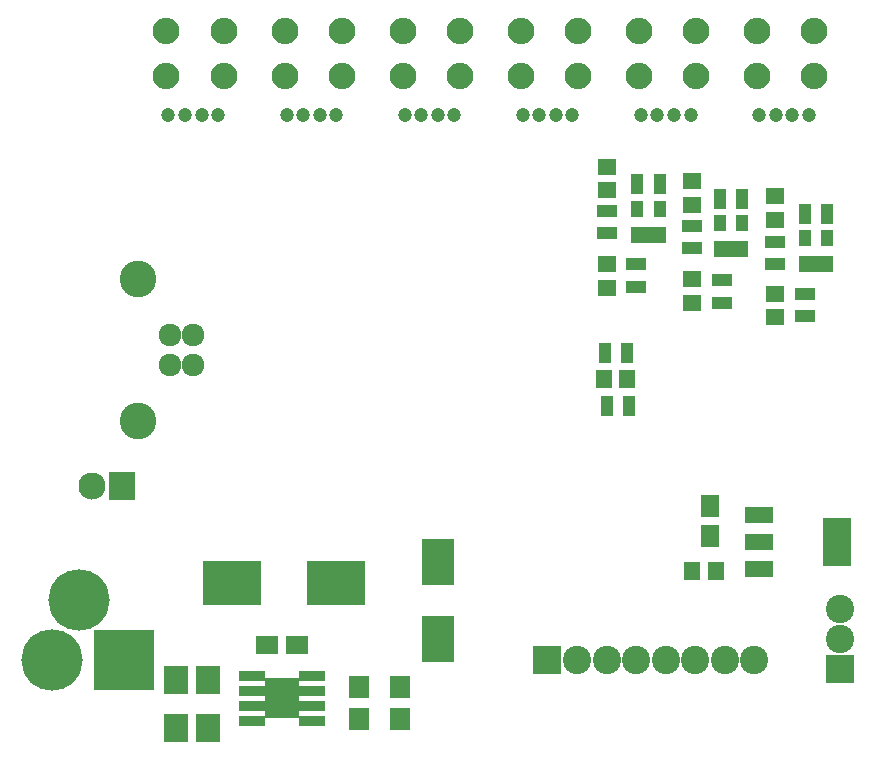
<source format=gbs>
G04 #@! TF.FileFunction,Soldermask,Bot*
%FSLAX46Y46*%
G04 Gerber Fmt 4.6, Leading zero omitted, Abs format (unit mm)*
G04 Created by KiCad (PCBNEW 4.0.1-stable) date 17.05.2016 13:35:18*
%MOMM*%
G01*
G04 APERTURE LIST*
%ADD10C,0.100000*%
%ADD11C,5.200600*%
%ADD12R,5.200600X5.200600*%
%ADD13R,1.050000X1.460000*%
%ADD14C,1.924000*%
%ADD15C,3.100020*%
%ADD16O,2.250000X2.250000*%
%ADD17C,1.200000*%
%ADD18R,2.300000X2.400000*%
%ADD19C,2.300000*%
%ADD20R,1.650000X1.400000*%
%ADD21R,1.400000X1.650000*%
%ADD22R,1.100000X1.700000*%
%ADD23R,1.700000X1.100000*%
%ADD24R,2.432000X4.057600*%
%ADD25R,2.432000X1.416000*%
%ADD26R,2.400000X2.400000*%
%ADD27C,2.400000*%
%ADD28R,2.000000X2.400000*%
%ADD29R,1.900000X1.650000*%
%ADD30R,4.900880X3.699460*%
%ADD31R,4.898340X3.699460*%
%ADD32R,1.700000X1.900000*%
%ADD33R,2.178000X0.933400*%
%ADD34R,2.889200X3.397200*%
%ADD35R,2.800300X3.900120*%
%ADD36R,1.650000X1.900000*%
G04 APERTURE END LIST*
D10*
D11*
X97750000Y-107750000D03*
D12*
X103846000Y-107750000D03*
D11*
X100036000Y-102670000D03*
D13*
X163400000Y-74250000D03*
X162450000Y-74250000D03*
X161500000Y-74250000D03*
X161500000Y-72050000D03*
X163400000Y-72050000D03*
D14*
X109748980Y-82790000D03*
X109748980Y-80250000D03*
X107750000Y-80250000D03*
X107750000Y-82790000D03*
D15*
X105049980Y-87519480D03*
X105049980Y-75520520D03*
D16*
X127480000Y-58340000D03*
X127480000Y-54500000D03*
X132320000Y-54500000D03*
D17*
X131850000Y-61610000D03*
X130450000Y-61610000D03*
X129050000Y-61610000D03*
D16*
X132320000Y-58340000D03*
D17*
X127650000Y-61610000D03*
D16*
X147480000Y-58340000D03*
X147480000Y-54500000D03*
X152320000Y-54500000D03*
D17*
X151850000Y-61610000D03*
X150450000Y-61610000D03*
X149050000Y-61610000D03*
D16*
X152320000Y-58340000D03*
D17*
X147650000Y-61610000D03*
D16*
X157480000Y-58340000D03*
X157480000Y-54500000D03*
X162320000Y-54500000D03*
D17*
X161850000Y-61610000D03*
X160450000Y-61610000D03*
X159050000Y-61610000D03*
D16*
X162320000Y-58340000D03*
D17*
X157650000Y-61610000D03*
D16*
X137480000Y-58340000D03*
X137480000Y-54500000D03*
X142320000Y-54500000D03*
D17*
X141850000Y-61610000D03*
X140450000Y-61610000D03*
X139050000Y-61610000D03*
D16*
X142320000Y-58340000D03*
D17*
X137650000Y-61610000D03*
D16*
X117480000Y-58340000D03*
X117480000Y-54500000D03*
X122320000Y-54500000D03*
D17*
X121850000Y-61610000D03*
X120450000Y-61610000D03*
X119050000Y-61610000D03*
D16*
X122320000Y-58340000D03*
D17*
X117650000Y-61610000D03*
D16*
X107480000Y-58340000D03*
X107480000Y-54500000D03*
X112320000Y-54500000D03*
D17*
X111850000Y-61610000D03*
X110450000Y-61610000D03*
X109050000Y-61610000D03*
D16*
X112320000Y-58340000D03*
D17*
X107650000Y-61610000D03*
D18*
X103750000Y-93000000D03*
D19*
X101210000Y-93000000D03*
D20*
X152000000Y-75500000D03*
X152000000Y-77500000D03*
D21*
X152000000Y-100250000D03*
X154000000Y-100250000D03*
X144500000Y-84000000D03*
X146500000Y-84000000D03*
D20*
X152000000Y-67250000D03*
X152000000Y-69250000D03*
X159000000Y-76750000D03*
X159000000Y-78750000D03*
X144750000Y-74250000D03*
X144750000Y-76250000D03*
X159000000Y-68500000D03*
X159000000Y-70500000D03*
X144750000Y-66000000D03*
X144750000Y-68000000D03*
D22*
X144600000Y-81750000D03*
X146500000Y-81750000D03*
X144750000Y-86250000D03*
X146650000Y-86250000D03*
D23*
X154500000Y-75600000D03*
X154500000Y-77500000D03*
X152000000Y-71000000D03*
X152000000Y-72900000D03*
D22*
X156250000Y-68750000D03*
X154350000Y-68750000D03*
D23*
X161500000Y-76750000D03*
X161500000Y-78650000D03*
X147250000Y-74250000D03*
X147250000Y-76150000D03*
X159000000Y-72350000D03*
X159000000Y-74250000D03*
D22*
X163400000Y-70000000D03*
X161500000Y-70000000D03*
D23*
X144750000Y-69750000D03*
X144750000Y-71650000D03*
D22*
X149250000Y-67500000D03*
X147350000Y-67500000D03*
D24*
X164250000Y-97750000D03*
D25*
X157646000Y-97750000D03*
X157646000Y-95464000D03*
X157646000Y-100036000D03*
D13*
X156250000Y-73000000D03*
X155300000Y-73000000D03*
X154350000Y-73000000D03*
X154350000Y-70800000D03*
X156250000Y-70800000D03*
X149250000Y-71750000D03*
X148300000Y-71750000D03*
X147350000Y-71750000D03*
X147350000Y-69550000D03*
X149250000Y-69550000D03*
D26*
X139737000Y-107750000D03*
D27*
X142250000Y-107750000D03*
X144750000Y-107750000D03*
X147250000Y-107750000D03*
X149750000Y-107750000D03*
X152250000Y-107750000D03*
X154750000Y-107750000D03*
X157250000Y-107750000D03*
D26*
X164500000Y-108500000D03*
D27*
X164500000Y-105960000D03*
X164500000Y-103460000D03*
D28*
X108250000Y-109500000D03*
X108250000Y-113500000D03*
X111000000Y-109500000D03*
X111000000Y-113500000D03*
D29*
X116000000Y-106500000D03*
X118500000Y-106500000D03*
D30*
X113000000Y-101250000D03*
D31*
X121798560Y-101250000D03*
D32*
X127250000Y-112750000D03*
X127250000Y-110050000D03*
X123750000Y-110050000D03*
X123750000Y-112750000D03*
D33*
X119815400Y-109095000D03*
X119815400Y-110365000D03*
X119815400Y-111635000D03*
X119815400Y-112905000D03*
X114684600Y-112905000D03*
X114684600Y-111635000D03*
X114684600Y-110365000D03*
X114684600Y-109095000D03*
D34*
X117250000Y-111000000D03*
D35*
X130500000Y-99500000D03*
X130500000Y-106002400D03*
D36*
X153500000Y-97250000D03*
X153500000Y-94750000D03*
M02*

</source>
